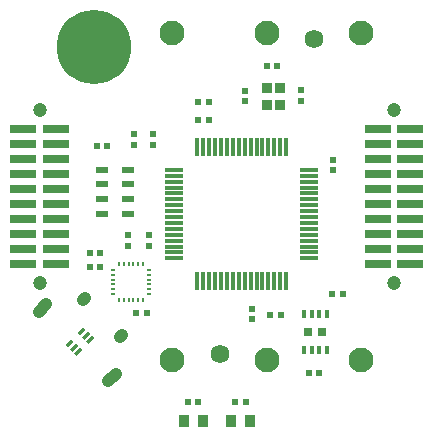
<source format=gts>
G04 #@! TF.FileFunction,Soldermask,Top*
%FSLAX46Y46*%
G04 Gerber Fmt 4.6, Leading zero omitted, Abs format (unit mm)*
G04 Created by KiCad (PCBNEW 4.0.0-rc1-stable) date 23/05/2016 12:24:28*
%MOMM*%
G01*
G04 APERTURE LIST*
%ADD10C,0.100000*%
%ADD11C,1.588000*%
%ADD12C,2.100000*%
%ADD13R,0.300000X1.500000*%
%ADD14R,1.500000X0.300000*%
%ADD15R,2.220000X0.740000*%
%ADD16C,1.200000*%
%ADD17R,0.620000X0.620000*%
%ADD18R,0.200000X0.400000*%
%ADD19R,0.400000X0.200000*%
%ADD20R,0.350000X0.650000*%
%ADD21R,0.802000X0.802000*%
%ADD22R,0.950000X1.000000*%
%ADD23R,1.100000X0.600000*%
%ADD24R,0.850000X0.950000*%
%ADD25C,1.000000*%
%ADD26C,6.300000*%
%ADD27C,0.600000*%
G04 APERTURE END LIST*
D10*
D11*
X100250000Y-113350000D03*
X108250000Y-86650000D03*
D12*
X104250000Y-113850000D03*
X112250000Y-113850000D03*
X96250000Y-113850000D03*
X96250000Y-86150000D03*
X104250000Y-86150000D03*
X112250000Y-86150000D03*
D13*
X105869953Y-95808473D03*
X105369953Y-95808473D03*
X104869953Y-95808473D03*
X104369953Y-95808473D03*
X103869953Y-95808473D03*
X103369953Y-95808473D03*
X102869953Y-95808473D03*
X102369953Y-95808473D03*
X101869953Y-95808473D03*
X101369953Y-95808473D03*
X100869953Y-95808473D03*
X100369953Y-95808473D03*
X99869953Y-95808473D03*
X99369953Y-95808473D03*
X98869953Y-95808473D03*
X98369953Y-95808473D03*
D14*
X96419953Y-97758473D03*
X96419953Y-98258473D03*
X96419953Y-98758473D03*
X96419953Y-99258473D03*
X96419953Y-99758473D03*
X96419953Y-100258473D03*
X96419953Y-100758473D03*
X96419953Y-101258473D03*
X96419953Y-101758473D03*
X96419953Y-102258473D03*
X96419953Y-102758473D03*
X96419953Y-103258473D03*
X96419953Y-103758473D03*
X96419953Y-104258473D03*
X96419953Y-104758473D03*
X96419953Y-105258473D03*
D13*
X98369953Y-107208473D03*
X98869953Y-107208473D03*
X99369953Y-107208473D03*
X99869953Y-107208473D03*
X100369953Y-107208473D03*
X100869953Y-107208473D03*
X101369953Y-107208473D03*
X101869953Y-107208473D03*
X102369953Y-107208473D03*
X102869953Y-107208473D03*
X103369953Y-107208473D03*
X103869953Y-107208473D03*
X104369953Y-107208473D03*
X104869953Y-107208473D03*
X105369953Y-107208473D03*
X105869953Y-107208473D03*
D14*
X107819953Y-105258473D03*
X107819953Y-104758473D03*
X107819953Y-104258473D03*
X107819953Y-103758473D03*
X107819953Y-103258473D03*
X107819953Y-102758473D03*
X107819953Y-102258473D03*
X107819953Y-101758473D03*
X107819953Y-101258473D03*
X107819953Y-100758473D03*
X107819953Y-100258473D03*
X107819953Y-99758473D03*
X107819953Y-99258473D03*
X107819953Y-98758473D03*
X107819953Y-98258473D03*
X107819953Y-97758473D03*
D15*
X86365000Y-94285000D03*
X83635000Y-94285000D03*
X86365000Y-95555000D03*
X83635000Y-95555000D03*
X86365000Y-96825000D03*
X83635000Y-96825000D03*
X86365000Y-98095000D03*
X83635000Y-98095000D03*
X86365000Y-99365000D03*
X83635000Y-99365000D03*
X86365000Y-100635000D03*
X83635000Y-100635000D03*
X86365000Y-101905000D03*
X83635000Y-101905000D03*
X86365000Y-103175000D03*
X83635000Y-103175000D03*
X86365000Y-104445000D03*
X83635000Y-104445000D03*
X86365000Y-105715000D03*
X83635000Y-105715000D03*
D16*
X85000000Y-107305000D03*
X85000000Y-92695000D03*
D17*
X98450000Y-117400000D03*
X97550000Y-117400000D03*
D18*
X93750000Y-105750000D03*
X93350000Y-105750000D03*
X92950000Y-105750000D03*
X92550000Y-105750000D03*
X92150000Y-105750000D03*
X91750000Y-105750000D03*
D19*
X91250000Y-106250000D03*
X91250000Y-106650000D03*
X91250000Y-107050000D03*
X91250000Y-107450000D03*
X91250000Y-107850000D03*
X91250000Y-108250000D03*
D18*
X91750000Y-108750000D03*
X92150000Y-108750000D03*
X92550000Y-108750000D03*
X92950000Y-108750000D03*
X93350000Y-108750000D03*
X93750000Y-108750000D03*
D19*
X94250000Y-108250000D03*
X94250000Y-107850000D03*
X94250000Y-107450000D03*
X94250000Y-107050000D03*
X94250000Y-106650000D03*
X94250000Y-106250000D03*
D17*
X94100000Y-109850000D03*
X93200000Y-109850000D03*
D15*
X116365000Y-94285000D03*
X113635000Y-94285000D03*
X116365000Y-95555000D03*
X113635000Y-95555000D03*
X116365000Y-96825000D03*
X113635000Y-96825000D03*
X116365000Y-98095000D03*
X113635000Y-98095000D03*
X116365000Y-99365000D03*
X113635000Y-99365000D03*
X116365000Y-100635000D03*
X113635000Y-100635000D03*
X116365000Y-101905000D03*
X113635000Y-101905000D03*
X116365000Y-103175000D03*
X113635000Y-103175000D03*
X116365000Y-104445000D03*
X113635000Y-104445000D03*
X116365000Y-105715000D03*
X113635000Y-105715000D03*
D16*
X115000000Y-107305000D03*
X115000000Y-92695000D03*
D20*
X109325000Y-109950000D03*
X108675000Y-109950000D03*
X108025000Y-109950000D03*
X107375000Y-109950000D03*
X107375000Y-113050000D03*
X108025000Y-113050000D03*
X108675000Y-113050000D03*
X109325000Y-113050000D03*
D21*
X108950000Y-111500000D03*
X107750000Y-111500000D03*
D17*
X99319953Y-93508473D03*
X98419953Y-93508473D03*
X99319953Y-92008473D03*
X98419953Y-92008473D03*
X93000000Y-94750000D03*
X93000000Y-95650000D03*
X94600000Y-94750000D03*
X94600000Y-95650000D03*
X90150000Y-106025000D03*
X89250000Y-106025000D03*
X89250000Y-104800000D03*
X90150000Y-104800000D03*
X107119953Y-91008473D03*
X107119953Y-91908473D03*
X104219953Y-89008473D03*
X105119953Y-89008473D03*
X92500000Y-103300000D03*
X92500000Y-104200000D03*
X109850000Y-97800000D03*
X109850000Y-96900000D03*
X104500000Y-110025000D03*
X105400000Y-110025000D03*
X102950000Y-109525000D03*
X102950000Y-110425000D03*
X94250000Y-104200000D03*
X94250000Y-103300000D03*
X109800000Y-108250000D03*
X110700000Y-108250000D03*
X90750000Y-95750000D03*
X89850000Y-95750000D03*
D22*
X98800000Y-119000000D03*
X97200000Y-119000000D03*
X101200000Y-119000000D03*
X102800000Y-119000000D03*
D23*
X90300000Y-97750000D03*
X90300000Y-99000000D03*
X90300000Y-100250000D03*
X90300000Y-101500000D03*
X92500000Y-101500000D03*
X92500000Y-100250000D03*
X92500000Y-99000000D03*
X92500000Y-97750000D03*
D17*
X102369953Y-91058473D03*
X102369953Y-91958473D03*
X101550000Y-117400000D03*
X102450000Y-117400000D03*
D24*
X105369953Y-92258473D03*
X105369953Y-90808473D03*
X104219953Y-90808473D03*
X104219953Y-92258473D03*
D25*
X88654944Y-108789079D02*
X88831720Y-108612303D01*
X91801569Y-111935704D02*
X91978345Y-111758928D01*
X84924955Y-109761351D02*
X85561351Y-109124955D01*
X90829297Y-115665693D02*
X91465693Y-115029297D01*
D26*
X89580000Y-87380000D03*
D27*
X89580000Y-84880000D03*
X92080000Y-87380000D03*
X89580000Y-89880000D03*
X87080000Y-87380000D03*
X87780000Y-85580000D03*
X91380000Y-85580000D03*
X87780000Y-89180000D03*
X91380000Y-89180000D03*
D17*
X108700000Y-115000000D03*
X107800000Y-115000000D03*
D10*
G36*
X89417627Y-111777348D02*
X89629759Y-111989480D01*
X89127713Y-112491526D01*
X88915581Y-112279394D01*
X89417627Y-111777348D01*
X89417627Y-111777348D01*
G37*
G36*
X89064074Y-111423794D02*
X89276206Y-111635926D01*
X88774160Y-112137972D01*
X88562028Y-111925840D01*
X89064074Y-111423794D01*
X89064074Y-111423794D01*
G37*
G36*
X88710520Y-111070241D02*
X88922652Y-111282373D01*
X88420606Y-111784419D01*
X88208474Y-111572287D01*
X88710520Y-111070241D01*
X88710520Y-111070241D01*
G37*
G36*
X87692287Y-112088474D02*
X87904419Y-112300606D01*
X87402373Y-112802652D01*
X87190241Y-112590520D01*
X87692287Y-112088474D01*
X87692287Y-112088474D01*
G37*
G36*
X88045840Y-112442028D02*
X88257972Y-112654160D01*
X87755926Y-113156206D01*
X87543794Y-112944074D01*
X88045840Y-112442028D01*
X88045840Y-112442028D01*
G37*
G36*
X88399394Y-112795581D02*
X88611526Y-113007713D01*
X88109480Y-113509759D01*
X87897348Y-113297627D01*
X88399394Y-112795581D01*
X88399394Y-112795581D01*
G37*
M02*

</source>
